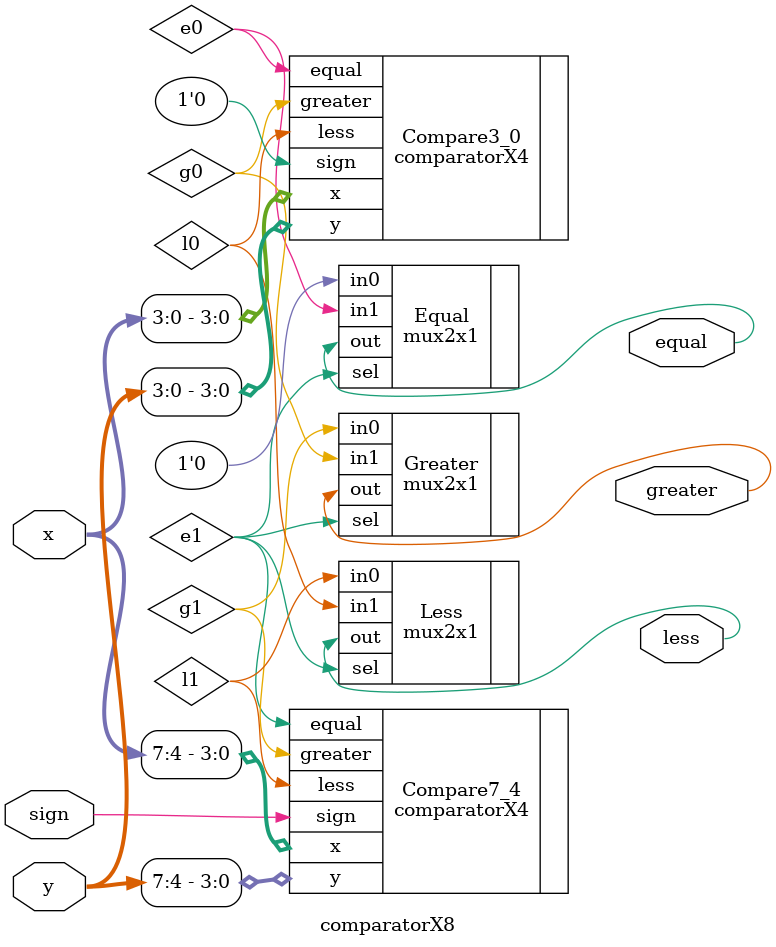
<source format=v>
`timescale 1ns / 1ps


module comparatorX8(
    output equal,
    output greater,
    output less,
    input [7:0] x,
    input [7:0] y,
    input sign
    );
    
    wire e0, e1;
    wire g0, g1;
    wire l0, l1;
    comparatorX4 Compare7_4(.greater(g1), .less(l1), .equal(e1), .x(x[7:4]), .y(y[7:4]), .sign(sign));
    comparatorX4 Compare3_0(.greater(g0), .less(l0), .equal(e0), .x(x[3:0]), .y(y[3:0]), .sign(1'b0));
    
    mux2x1 Equal(.out(equal), .in0(1'b0), .in1(e0), .sel(e1));
    mux2x1 Greater(.out(greater), .in0(g1), .in1(g0), .sel(e1));
    mux2x1 Less(.out(less), .in0(l1), .in1(l0), .sel(e1));
endmodule

</source>
